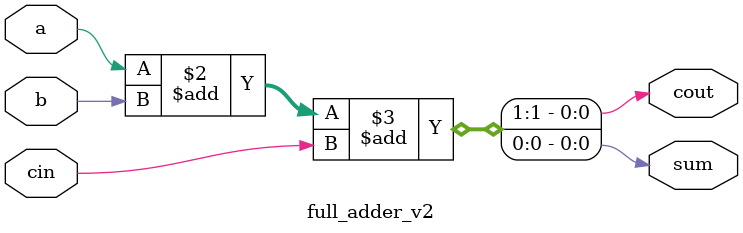
<source format=v>
/*************************************************************
Design Name 	: 1 - Bit Full adder
File Name   	: full_adder_tb.v
Function    	: Add two 1-Bit number
Programer     	: Mohammad Abdul Moin Oninda
Last Modified	: 26-07-2019
*************************************************************/
module full_adder_v2(	sum,
							cout,
							a,
							b,
							cin);
						
//Port declaration

//Output
output reg sum;
output reg cout;

//Input
input a;
input b;
input cin;


//Instantiation

always @(a, b, cin)
	begin
		{cout, sum} = a + b + cin;
	end
	
endmodule 
</source>
